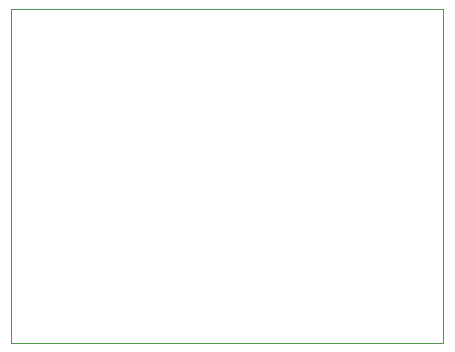
<source format=gbr>
%TF.GenerationSoftware,KiCad,Pcbnew,(6.0.5-0)*%
%TF.CreationDate,2022-06-15T06:28:06+02:00*%
%TF.ProjectId,Relay,52656c61-792e-46b6-9963-61645f706362,rev?*%
%TF.SameCoordinates,Original*%
%TF.FileFunction,Profile,NP*%
%FSLAX46Y46*%
G04 Gerber Fmt 4.6, Leading zero omitted, Abs format (unit mm)*
G04 Created by KiCad (PCBNEW (6.0.5-0)) date 2022-06-15 06:28:06*
%MOMM*%
%LPD*%
G01*
G04 APERTURE LIST*
%TA.AperFunction,Profile*%
%ADD10C,0.100000*%
%TD*%
G04 APERTURE END LIST*
D10*
X147250000Y-52460000D02*
X183830000Y-52460000D01*
X183830000Y-52460000D02*
X183830000Y-80730000D01*
X183830000Y-80730000D02*
X147250000Y-80730000D01*
X147250000Y-80730000D02*
X147250000Y-52460000D01*
M02*

</source>
